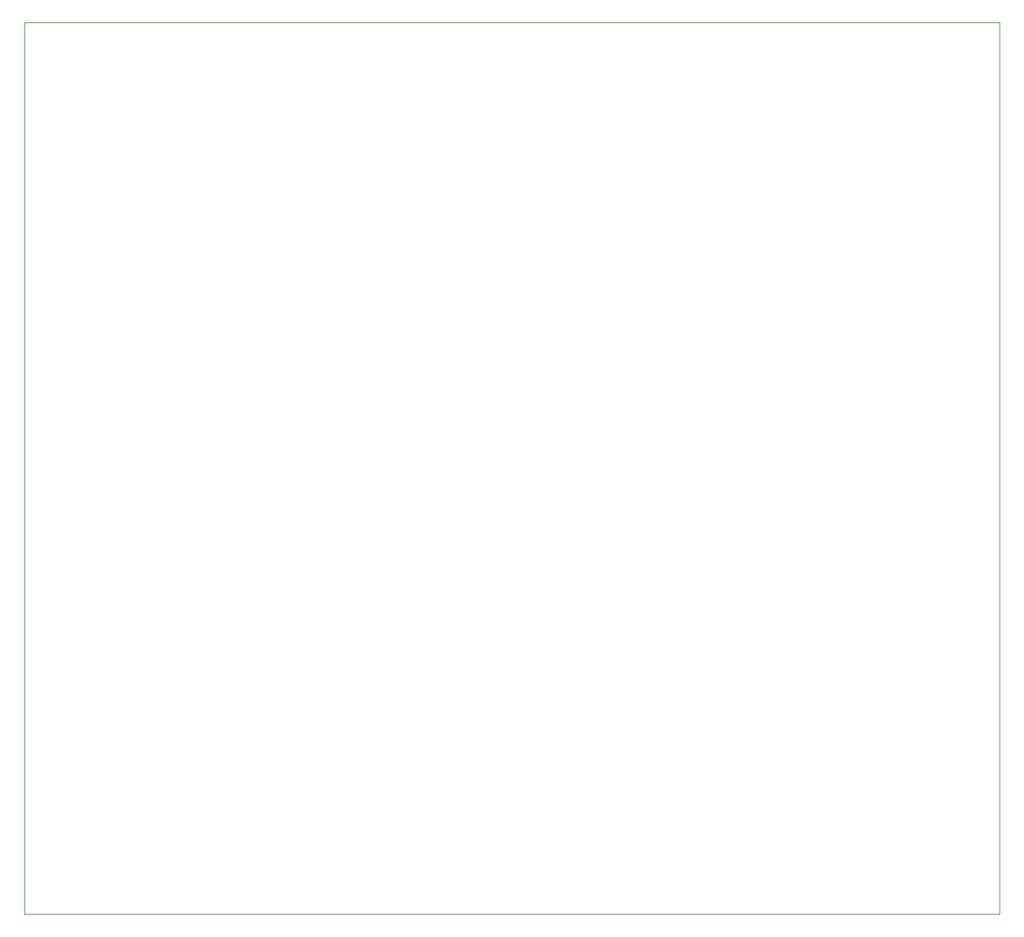
<source format=gm1>
G04 #@! TF.GenerationSoftware,KiCad,Pcbnew,6.0.2+dfsg-1*
G04 #@! TF.CreationDate,2023-02-09T12:02:37+01:00*
G04 #@! TF.ProjectId,proto_cmod,70726f74-6f5f-4636-9d6f-642e6b696361,rev?*
G04 #@! TF.SameCoordinates,Original*
G04 #@! TF.FileFunction,Profile,NP*
%FSLAX46Y46*%
G04 Gerber Fmt 4.6, Leading zero omitted, Abs format (unit mm)*
G04 Created by KiCad (PCBNEW 6.0.2+dfsg-1) date 2023-02-09 12:02:37*
%MOMM*%
%LPD*%
G01*
G04 APERTURE LIST*
G04 #@! TA.AperFunction,Profile*
%ADD10C,0.100000*%
G04 #@! TD*
G04 APERTURE END LIST*
D10*
X87000000Y-32000000D02*
X205000000Y-32000000D01*
X205000000Y-32000000D02*
X205000000Y-140000000D01*
X205000000Y-140000000D02*
X87000000Y-140000000D01*
X87000000Y-140000000D02*
X87000000Y-32000000D01*
M02*

</source>
